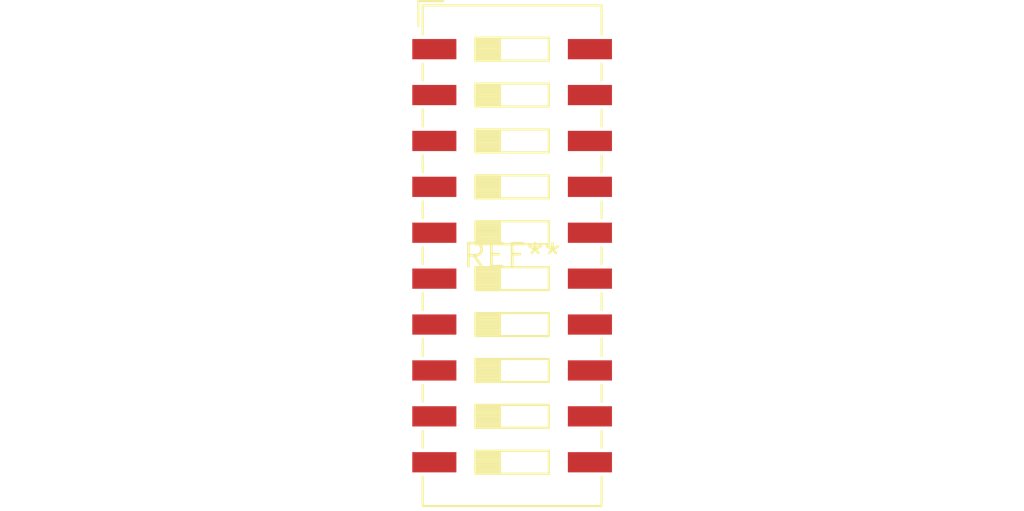
<source format=kicad_pcb>
(kicad_pcb (version 20240108) (generator pcbnew)
  (layers (0 "F.Cu" signal) (31 "B.Cu" signal) (34 "B.Paste" user) (35 "F.Paste" user) (36 "B.SilkS" user "B.Silkscreen") (37 "F.SilkS" user "F.Silkscreen") (38 "B.Mask" user) (39 "F.Mask" user) (44 "Edge.Cuts" user))
  (net 0 "")
  (footprint "SW_DIP_SPSTx10_Slide_9.78x27.58mm_W8.61mm_P2.54mm" (layer "F.Cu") (at 0 0)
    (property "Reference" "REF**")
    (property "Value" "SW_DIP_SPSTx10_Slide_9.78x27.58mm_W8.61mm_P2.54mm")
    (fp_line (start -5.19 -14.09) (end -5.19 -12.707) (layer "F.SilkS") (stroke (width 0.12)))
    (fp_line (start -5.19 -14.09) (end -3.806 -14.09) (layer "F.SilkS") (stroke (width 0.12)))
    (fp_line (start -4.95 -13.85) (end -4.95 -12.23) (layer "F.SilkS") (stroke (width 0.12)))
    (fp_line (start -4.95 -13.85) (end 4.95 -13.85) (layer "F.SilkS") (stroke (width 0.12)))
    (fp_line (start -4.95 -10.63) (end -4.95 -9.69) (layer "F.SilkS") (stroke (width 0.12)))
    (fp_line (start -4.95 -8.09) (end -4.95 -7.15) (layer "F.SilkS") (stroke (width 0.12)))
    (fp_line (start -4.95 -5.55) (end -4.95 -4.61) (layer "F.SilkS") (stroke (width 0.12)))
    (fp_line (start -4.95 -3.01) (end -4.95 -2.07) (layer "F.SilkS") (stroke (width 0.12)))
    (fp_line (start -4.95 -0.47) (end -4.95 0.47) (layer "F.SilkS") (stroke (width 0.12)))
    (fp_line (start -4.95 2.07) (end -4.95 3.01) (layer "F.SilkS") (stroke (width 0.12)))
    (fp_line (start -4.95 4.61) (end -4.95 5.55) (layer "F.SilkS") (stroke (width 0.12)))
    (fp_line (start -4.95 7.15) (end -4.95 8.09) (layer "F.SilkS") (stroke (width 0.12)))
    (fp_line (start -4.95 9.69) (end -4.95 10.63) (layer "F.SilkS") (stroke (width 0.12)))
    (fp_line (start -4.95 12.23) (end -4.95 13.85) (layer "F.SilkS") (stroke (width 0.12)))
    (fp_line (start -4.95 13.85) (end 4.95 13.85) (layer "F.SilkS") (stroke (width 0.12)))
    (fp_line (start -2.03 -12.065) (end -2.03 -10.795) (layer "F.SilkS") (stroke (width 0.12)))
    (fp_line (start -2.03 -11.945) (end -0.676667 -11.945) (layer "F.SilkS") (stroke (width 0.12)))
    (fp_line (start -2.03 -11.825) (end -0.676667 -11.825) (layer "F.SilkS") (stroke (width 0.12)))
    (fp_line (start -2.03 -11.705) (end -0.676667 -11.705) (layer "F.SilkS") (stroke (width 0.12)))
    (fp_line (start -2.03 -11.585) (end -0.676667 -11.585) (layer "F.SilkS") (stroke (width 0.12)))
    (fp_line (start -2.03 -11.465) (end -0.676667 -11.465) (layer "F.SilkS") (stroke (width 0.12)))
    (fp_line (start -2.03 -11.345) (end -0.676667 -11.345) (layer "F.SilkS") (stroke (width 0.12)))
    (fp_line (start -2.03 -11.225) (end -0.676667 -11.225) (layer "F.SilkS") (stroke (width 0.12)))
    (fp_line (start -2.03 -11.105) (end -0.676667 -11.105) (layer "F.SilkS") (stroke (width 0.12)))
    (fp_line (start -2.03 -10.985) (end -0.676667 -10.985) (layer "F.SilkS") (stroke (width 0.12)))
    (fp_line (start -2.03 -10.865) (end -0.676667 -10.865) (layer "F.SilkS") (stroke (width 0.12)))
    (fp_line (start -2.03 -10.795) (end 2.03 -10.795) (layer "F.SilkS") (stroke (width 0.12)))
    (fp_line (start -2.03 -9.525) (end -2.03 -8.255) (layer "F.SilkS") (stroke (width 0.12)))
    (fp_line (start -2.03 -9.405) (end -0.676667 -9.405) (layer "F.SilkS") (stroke (width 0.12)))
    (fp_line (start -2.03 -9.285) (end -0.676667 -9.285) (layer "F.SilkS") (stroke (width 0.12)))
    (fp_line (start -2.03 -9.165) (end -0.676667 -9.165) (layer "F.SilkS") (stroke (width 0.12)))
    (fp_line (start -2.03 -9.045) (end -0.676667 -9.045) (layer "F.SilkS") (stroke (width 0.12)))
    (fp_line (start -2.03 -8.925) (end -0.676667 -8.925) (layer "F.SilkS") (stroke (width 0.12)))
    (fp_line (start -2.03 -8.805) (end -0.676667 -8.805) (layer "F.SilkS") (stroke (width 0.12)))
    (fp_line (start -2.03 -8.685) (end -0.676667 -8.685) (layer "F.SilkS") (stroke (width 0.12)))
    (fp_line (start -2.03 -8.565) (end -0.676667 -8.565) (layer "F.SilkS") (stroke (width 0.12)))
    (fp_line (start -2.03 -8.445) (end -0.676667 -8.445) (layer "F.SilkS") (stroke (width 0.12)))
    (fp_line (start -2.03 -8.325) (end -0.676667 -8.325) (layer "F.SilkS") (stroke (width 0.12)))
    (fp_line (start -2.03 -8.255) (end 2.03 -8.255) (layer "F.SilkS") (stroke (width 0.12)))
    (fp_line (start -2.03 -6.985) (end -2.03 -5.715) (layer "F.SilkS") (stroke (width 0.12)))
    (fp_line (start -2.03 -6.865) (end -0.676667 -6.865) (layer "F.SilkS") (stroke (width 0.12)))
    (fp_line (start -2.03 -6.745) (end -0.676667 -6.745) (layer "F.SilkS") (stroke (width 0.12)))
    (fp_line (start -2.03 -6.625) (end -0.676667 -6.625) (layer "F.SilkS") (stroke (width 0.12)))
    (fp_line (start -2.03 -6.505) (end -0.676667 -6.505) (layer "F.SilkS") (stroke (width 0.12)))
    (fp_line (start -2.03 -6.385) (end -0.676667 -6.385) (layer "F.SilkS") (stroke (width 0.12)))
    (fp_line (start -2.03 -6.265) (end -0.676667 -6.265) (layer "F.SilkS") (stroke (width 0.12)))
    (fp_line (start -2.03 -6.145) (end -0.676667 -6.145) (layer "F.SilkS") (stroke (width 0.12)))
    (fp_line (start -2.03 -6.025) (end -0.676667 -6.025) (layer "F.SilkS") (stroke (width 0.12)))
    (fp_line (start -2.03 -5.905) (end -0.676667 -5.905) (layer "F.SilkS") (stroke (width 0.12)))
    (fp_line (start -2.03 -5.785) (end -0.676667 -5.785) (layer "F.SilkS") (stroke (width 0.12)))
    (fp_line (start -2.03 -5.715) (end 2.03 -5.715) (layer "F.SilkS") (stroke (width 0.12)))
    (fp_line (start -2.03 -4.445) (end -2.03 -3.175) (layer "F.SilkS") (stroke (width 0.12)))
    (fp_line (start -2.03 -4.325) (end -0.676667 -4.325) (layer "F.SilkS") (stroke (width 0.12)))
    (fp_line (start -2.03 -4.205) (end -0.676667 -4.205) (layer "F.SilkS") (stroke (width 0.12)))
    (fp_line (start -2.03 -4.085) (end -0.676667 -4.085) (layer "F.SilkS") (stroke (width 0.12)))
    (fp_line (start -2.03 -3.965) (end -0.676667 -3.965) (layer "F.SilkS") (stroke (width 0.12)))
    (fp_line (start -2.03 -3.845) (end -0.676667 -3.845) (layer "F.SilkS") (stroke (width 0.12)))
    (fp_line (start -2.03 -3.725) (end -0.676667 -3.725) (layer "F.SilkS") (stroke (width 0.12)))
    (fp_line (start -2.03 -3.605) (end -0.676667 -3.605) (layer "F.SilkS") (stroke (width 0.12)))
    (fp_line (start -2.03 -3.485) (end -0.676667 -3.485) (layer "F.SilkS") (stroke (width 0.12)))
    (fp_line (start -2.03 -3.365) (end -0.676667 -3.365) (layer "F.SilkS") (stroke (width 0.12)))
    (fp_line (start -2.03 -3.245) (end -0.676667 -3.245) (layer "F.SilkS") (stroke (width 0.12)))
    (fp_line (start -2.03 -3.175) (end 2.03 -3.175) (layer "F.SilkS") (stroke (width 0.12)))
    (fp_line (start -2.03 -1.905) (end -2.03 -0.635) (layer "F.SilkS") (stroke (width 0.12)))
    (fp_line (start -2.03 -1.785) (end -0.676667 -1.785) (layer "F.SilkS") (stroke (width 0.12)))
    (fp_line (start -2.03 -1.665) (end -0.676667 -1.665) (layer "F.SilkS") (stroke (width 0.12)))
    (fp_line (start -2.03 -1.545) (end -0.676667 -1.545) (layer "F.SilkS") (stroke (width 0.12)))
    (fp_line (start -2.03 -1.425) (end -0.676667 -1.425) (layer "F.SilkS") (stroke (width 0.12)))
    (fp_line (start -2.03 -1.305) (end -0.676667 -1.305) (layer "F.SilkS") (stroke (width 0.12)))
    (fp_line (start -2.03 -1.185) (end -0.676667 -1.185) (layer "F.SilkS") (stroke (width 0.12)))
    (fp_line (start -2.03 -1.065) (end -0.676667 -1.065) (layer "F.SilkS") (stroke (width 0.12)))
    (fp_line (start -2.03 -0.945) (end -0.676667 -0.945) (layer "F.SilkS") (stroke (width 0.12)))
    (fp_line (start -2.03 -0.825) (end -0.676667 -0.825) (layer "F.SilkS") (stroke (width 0.12)))
    (fp_line (start -2.03 -0.705) (end -0.676667 -0.705) (layer "F.SilkS") (stroke (width 0.12)))
    (fp_line (start -2.03 -0.635) (end 2.03 -0.635) (layer "F.SilkS") (stroke (width 0.12)))
    (fp_line (start -2.03 0.635) (end -2.03 1.905) (layer "F.SilkS") (stroke (width 0.12)))
    (fp_line (start -2.03 0.755) (end -0.676667 0.755) (layer "F.SilkS") (stroke (width 0.12)))
    (fp_line (start -2.03 0.875) (end -0.676667 0.875) (layer "F.SilkS") (stroke (width 0.12)))
    (fp_line (start -2.03 0.995) (end -0.676667 0.995) (layer "F.SilkS") (stroke (width 0.12)))
    (fp_line (start -2.03 1.115) (end -0.676667 1.115) (layer "F.SilkS") (stroke (width 0.12)))
    (fp_line (start -2.03 1.235) (end -0.676667 1.235) (layer "F.SilkS") (stroke (width 0.12)))
    (fp_line (start -2.03 1.355) (end -0.676667 1.355) (layer "F.SilkS") (stroke (width 0.12)))
    (fp_line (start -2.03 1.475) (end -0.676667 1.475) (layer "F.SilkS") (stroke (width 0.12)))
    (fp_line (start -2.03 1.595) (end -0.676667 1.595) (layer "F.SilkS") (stroke (width 0.12)))
    (fp_line (start -2.03 1.715) (end -0.676667 1.715) (layer "F.SilkS") (stroke (width 0.12)))
    (fp_line (start -2.03 1.835) (end -0.676667 1.835) (layer "F.SilkS") (stroke (width 0.12)))
    (fp_line (start -2.03 1.905) (end 2.03 1.905) (layer "F.SilkS") (stroke (width 0.12)))
    (fp_line (start -2.03 3.175) (end -2.03 4.445) (layer "F.SilkS") (stroke (width 0.12)))
    (fp_line (start -2.03 3.295) (end -0.676667 3.295) (layer "F.SilkS") (stroke (width 0.12)))
    (fp_line (start -2.03 3.415) (end -0.676667 3.415) (layer "F.SilkS") (stroke (width 0.12)))
    (fp_line (start -2.03 3.535) (end -0.676667 3.535) (layer "F.SilkS") (stroke (width 0.12)))
    (fp_line (start -2.03 3.655) (end -0.676667 3.655) (layer "F.SilkS") (stroke (width 0.12)))
    (fp_line (start -2.03 3.775) (end -0.676667 3.775) (layer "F.SilkS") (stroke (width 0.12)))
    (fp_line (start -2.03 3.895) (end -0.676667 3.895) (layer "F.SilkS") (stroke (width 0.12)))
    (fp_line (start -2.03 4.015) (end -0.676667 4.015) (layer "F.SilkS") (stroke (width 0.12)))
    (fp_line (start -2.03 4.135) (end -0.676667 4.135) (layer "F.SilkS") (stroke (width 0.12)))
    (fp_line (start -2.03 4.255) (end -0.676667 4.255) (layer "F.SilkS") (stroke (width 0.12)))
    (fp_line (start -2.03 4.375) (end -0.676667 4.375) (layer "F.SilkS") (stroke (width 0.12)))
    (fp_line (start -2.03 4.445) (end 2.03 4.445) (layer "F.SilkS") (stroke (width 0.12)))
    (fp_line (start -2.03 5.715) (end -2.03 6.985) (layer "F.SilkS") (stroke (width 0.12)))
    (fp_line (start -2.03 5.835) (end -0.676667 5.835) (layer "F.SilkS") (stroke (width 0.12)))
    (fp_line (start -2.03 5.955) (end -0.676667 5.955) (layer "F.SilkS") (stroke (width 0.12)))
    (fp_line (start -2.03 6.075) (end -0.676667 6.075) (layer "F.SilkS") (stroke (width 0.12)))
    (fp_line (start -2.03 6.195) (end -0.676667 6.195) (layer "F.SilkS") (stroke (width 0.12)))
    (fp_line (start -2.03 6.315) (end -0.676667 6.315) (layer "F.SilkS") (stroke (width 0.12)))
    (fp_line (start -2.03 6.435) (end -0.676667 6.435) (layer "F.SilkS") (stroke (width 0.12)))
    (fp_line (start -2.03 6.555) (end -0.676667 6.555) (layer "F.SilkS") (stroke (width 0.12)))
    (fp_line (start -2.03 6.675) (end -0.676667 6.675) (layer "F.SilkS") (stroke (width 0.12)))
    (fp_line (start -2.03 6.795) (end -0.676667 6.795) (layer "F.SilkS") (stroke (width 0.12)))
    (fp_line (start -2.03 6.915) (end -0.676667 6.915) (layer "F.SilkS") (stroke (width 0.12)))
    (fp_line (start -2.03 6.985) (end 2.03 6.985) (layer "F.SilkS") (stroke (width 0.12)))
    (fp_line (start -2.03 8.255) (end -2.03 9.525) (layer "F.SilkS") (stroke (width 0.12)))
    (fp_line (start -2.03 8.375) (end -0.676667 8.375) (layer "F.SilkS") (stroke (width 0.12)))
    (fp_line (start -2.03 8.495) (end -0.676667 8.495) (layer "F.SilkS") (stroke (width 0.12)))
    (fp_line (start -2.03 8.615) (end -0.676667 8.615) (layer "F.SilkS") (stroke (width 0.12)))
    (fp_line (start -2.03 8.735) (end -0.676667 8.735) (layer "F.SilkS") (stroke (width 0.12)))
    (fp_line (start -2.03 8.855) (end -0.676667 8.855) (layer "F.SilkS") (stroke (width 0.12)))
    (fp_line (start -2.03 8.975) (end -0.676667 8.975) (layer "F.SilkS") (stroke (width 0.12)))
    (fp_line (start -2.03 9.095) (end -0.676667 9.095) (layer "F.SilkS") (stroke (width 0.12)))
    (fp_line (start -2.03 9.215) (end -0.676667 9.215) (layer "F.SilkS") (stroke (width 0.12)))
    (fp_line (start -2.03 9.335) (end -0.676667 9.335) (layer "F.SilkS") (stroke (width 0.12)))
    (fp_line (start -2.03 9.455) (end -0.676667 9.455) (layer "F.SilkS") (stroke (width 0.12)))
    (fp_line (start -2.03 9.525) (end 2.03 9.525) (layer "F.SilkS") (stroke (width 0.12)))
    (fp_line (start -2.03 10.795) (end -2.03 12.065) (layer "F.SilkS") (stroke (width 0.12)))
    (fp_line (start -2.03 10.915) (end -0.676667 10.915) (layer "F.SilkS") (stroke (width 0.12)))
    (fp_line (start -2.03 11.035) (end -0.676667 11.035) (layer "F.SilkS") (stroke (width 0.12)))
    (fp_line (start -2.03 11.155) (end -0.676667 11.155) (layer "F.SilkS") (stroke (width 0.12)))
    (fp_line (start -2.03 11.275) (end -0.676667 11.275) (layer "F.SilkS") (stroke (width 0.12)))
    (fp_line (start -2.03 11.395) (end -0.676667 11.395) (layer "F.SilkS") (stroke (width 0.12)))
    (fp_line (start -2.03 11.515) (end -0.676667 11.515) (layer "F.SilkS") (stroke (width 0.12)))
    (fp_line (start -2.03 11.635) (end -0.676667 11.635) (layer "F.SilkS") (stroke (width 0.12)))
    (fp_line (start -2.03 11.755) (end -0.676667 11.755) (layer "F.SilkS") (stroke (width 0.12)))
    (fp_line (start -2.03 11.875) (end -0.676667 11.875) (layer "F.SilkS") (stroke (width 0.12)))
    (fp_line (start -2.03 11.995) (end -0.676667 11.995) (layer "F.SilkS") (stroke (width 0.12)))
    (fp_line (start -2.03 12.065) (end 2.03 12.065) (layer "F.SilkS") (stroke (width 0.12)))
    (fp_line (start -0.676667 -12.065) (end -0.676667 -10.795) (layer "F.SilkS") (stroke (width 0.12)))
    (fp_line (start -0.676667 -9.525) (end -0.676667 -8.255) (layer "F.SilkS") (stroke (width 0.12)))
    (fp_line (start -0.676667 -6.985) (end -0.676667 -5.715) (layer "F.SilkS") (stroke (width 0.12)))
    (fp_line (start -0.676667 -4.445) (end -0.676667 -3.175) (layer "F.SilkS") (stroke (width 0.12)))
    (fp_line (start -0.676667 -1.905) (end -0.676667 -0.635) (layer "F.SilkS") (stroke (width 0.12)))
    (fp_line (start -0.676667 0.635) (end -0.676667 1.905) (layer "F.SilkS") (stroke (width 0.12)))
    (fp_line (start -0.676667 3.175) (end -0.676667 4.445) (layer "F.SilkS") (stroke (width 0.12)))
    (fp_line (start -0.676667 5.715) (end -0.676667 6.985) (layer "F.SilkS") (stroke (width 0.12)))
    (fp_line (start -0.676667 8.255) (end -0.676667 9.525) (layer "F.SilkS") (stroke (width 0.12)))
    (fp_line (start -0.676667 10.795) (end -0.676667 12.065) (layer "F.SilkS") (stroke (width 0.12)))
    (fp_line (start 2.03 -12.065) (end -2.03 -12.065) (layer "F.SilkS") (stroke (width 0.12)))
    (fp_line (start 2.03 -10.795) (end 2.03 -12.065) (layer "F.SilkS") (stroke (width 0.12)))
    (fp_line (start 2.03 -9.525) (end -2.03 -9.525) (layer "F.SilkS") (stroke (width 0.12)))
    (fp_line (start 2.03 -8.255) (end 2.03 -9.525) (layer "F.SilkS") (stroke (width 0.12)))
    (fp_line (start 2.03 -6.985) (end -2.03 -6.985) (layer "F.SilkS") (stroke (width 0.12)))
    (fp_line (start 2.03 -5.715) (end 2.03 -6.985) (layer "F.SilkS") (stroke (width 0.12)))
    (fp_line (start 2.03 -4.445) (end -2.03 -4.445) (layer "F.SilkS") (stroke (width 0.12)))
    (fp_line (start 2.03 -3.175) (end 2.03 -4.445) (layer "F.SilkS") (stroke (width 0.12)))
    (fp_line (start 2.03 -1.905) (end -2.03 -1.905) (layer "F.SilkS") (stroke (width 0.12)))
    (fp_line (start 2.03 -0.635) (end 2.03 -1.905) (layer "F.SilkS") (stroke (width 0.12)))
    (fp_line (start 2.03 0.635) (end -2.03 0.635) (layer "F.SilkS") (stroke (width 0.12)))
    (fp_line (start 2.03 1.905) (end 2.03 0.635) (layer "F.SilkS") (stroke (width 0.12)))
    (fp_line (start 2.03 3.175) (end -2.03 3.175) (layer "F.SilkS") (stroke (width 0.12)))
    (fp_line (start 2.03 4.445) (end 2.03 3.175) (layer "F.SilkS") (stroke (width 0.12)))
    (fp_line (start 2.03 5.715) (end -2.03 5.715) (layer "F.SilkS") (stroke (width 0.12)))
    (fp_line (start 2.03 6.985) (end 2.03 5.715) (layer "F.SilkS") (stroke (width 0.12)))
    (fp_line (start 2.03 8.255) (end -2.03 8.255) (layer "F.SilkS") (stroke (width 0.12)))
    (fp_line (start 2.03 9.525) (end 2.03 8.255) (layer "F.SilkS") (stroke (width 0.12)))
    (fp_line (start 2.03 10.795) (end -2.03 10.795) (layer "F.SilkS") (stroke (width 0.12)))
    (fp_line (start 2.03 12.065) (end 2.03 10.795) (layer "F.SilkS") (stroke (width 0.12)))
    (fp_line (start 4.95 -13.85) (end 4.95 -12.23) (layer "F.SilkS") (stroke (width 0.12)))
    (fp_line (start 4.95 -10.629) (end 4.95 -9.689) (layer "F.SilkS") (stroke (width 0.12)))
    (fp_line (start 4.95 -8.089) (end 4.95 -7.149) (layer "F.SilkS") (stroke (width 0.12)))
    (fp_line (start 4.95 -5.549) (end 4.95 -4.609) (layer "F.SilkS") (stroke (width 0.12)))
    (fp_line (start 4.95 -3.009) (end 4.95 -2.069) (layer "F.SilkS") (stroke (width 0.12)))
    (fp_line (start 4.95 -0.469) (end 4.95 0.471) (layer "F.SilkS") (stroke (width 0.12)))
    (fp_line (start 4.95 2.071) (end 4.95 3.011) (layer "F.SilkS") (stroke (width 0.12)))
    (fp_line (start 4.95 4.611) (end 4.95 5.55) (layer "F.SilkS") (stroke (width 0.12)))
    (fp_line (start 4.95 7.15) (end 4.95 8.09) (layer "F.SilkS") (stroke (width 0.12)))
    (fp_line (start 4.95 9.69) (end 4.95 10.63) (layer "F.SilkS") (stroke (width 0.12)))
    (fp_line (start 4.95 12.23) (end 4.95 13.85) (layer "F.SilkS") (stroke (width 0.12)))
    (pad "1" smd rect (at -4.305 -11.43) (size 2.44 1.12) (layers "F.Cu" "F.Paste" "F.Mask"))
    (pad "2" smd rect (at -4.305 -8.89) (size 2.44 1.12) (layers "F.Cu" "F.Paste" "F.Mask"))
    (pad "3" smd rect (at -4.305 -6.35) (size 2.44 1.12) (layers "F.Cu" "F.Paste" "F.Mask"))
    (pad "4" smd rect (at -4.305 -3.81) (size 2.44 1.12) (layers "F.Cu" "F.Paste" "F.Mask"))
    (pad "5" smd rect (at -4.305 -1.27) (size 2.44 1.12) (layers "F.Cu" "F.Paste" "F.Mask"))
    (pad "6" smd rect (at -4.305 1.27) (size 2.44 1.12) (layers "F.Cu" "F.Paste" "F.Mask"))
    (pad "7" smd rect (at -4.305 3.81) (size 2.44 1.12) (layers "F.Cu" "F.Paste" "F.Mask"))
    (pad "8" smd rect (at -4.305 6.35) (size 2.44 1.12) (layers "F.Cu" "F.Paste" "F.Mask"))
    (pad "9" smd rect (at -4.305 8.89) (size 2.44 1.12) (layers "F.Cu" "F.Paste" "F.Mask"))
    (pad "10" smd rect (at -4.305 11.43) (size 2.44 1.12) (layers "F.Cu" "F.Paste" "F.Mask"))
    (pad "11" smd rect (at 4.305 11.43) (size 2.44 1.12) (layers "F.Cu" "F.Paste" "F.Mask"))
    (pad "12" smd rect (at 4.305 8.89) (size 2.44 1.12) (layers "F.Cu" "F.Paste" "F.Mask"))
    (pad "13" smd rect (at 4.305 6.35) (size 2.44 1.12) (layers "F.Cu" "F.Paste" "F.Mask"))
    (pad "14" smd rect (at 4.305 3.81) (size 2.44 1.12) (layers "F.Cu" "F.Paste" "F.Mask"))
    (pad "15" smd rect (at 4.305 1.27) (size 2.44 1.12) (layers "F.Cu" "F.Paste" "F.Mask"))
    (pad "16" smd rect (at 4.305 -1.27) (size 2.44 1.12) (layers "F.Cu" "F.Paste" "F.Mask"))
    (pad "17" smd rect (at 4.305 -3.81) (size 2.44 1.12) (layers "F.Cu" "F.Paste" "F.Mask"))
    (pad "18" smd rect (at 4.305 -6.35) (size 2.44 1.12) (layers "F.Cu" "F.Paste" "F.Mask"))
    (pad "19" smd rect (at 4.305 -8.89) (size 2.44 1.12) (layers "F.Cu" "F.Paste" "F.Mask"))
    (pad "20" smd rect (at 4.305 -11.43) (size 2.44 1.12) (layers "F.Cu" "F.Paste" "F.Mask"))
  )
)
</source>
